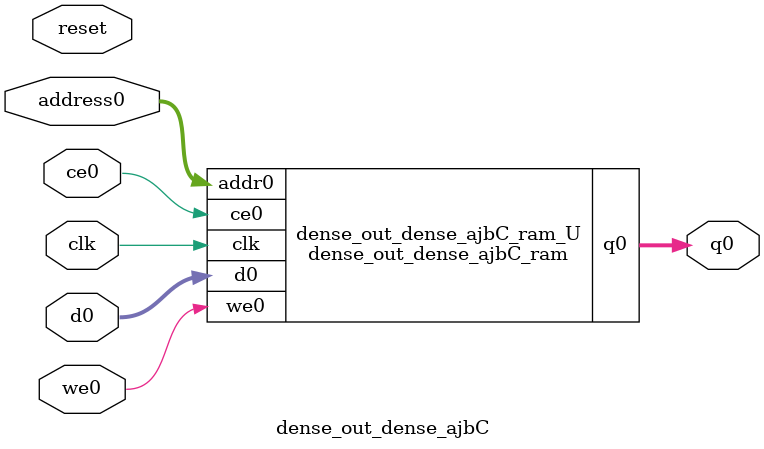
<source format=v>
`timescale 1 ns / 1 ps
module dense_out_dense_ajbC_ram (addr0, ce0, d0, we0, q0,  clk);

parameter DWIDTH = 32;
parameter AWIDTH = 4;
parameter MEM_SIZE = 10;

input[AWIDTH-1:0] addr0;
input ce0;
input[DWIDTH-1:0] d0;
input we0;
output reg[DWIDTH-1:0] q0;
input clk;

(* ram_style = "distributed" *)reg [DWIDTH-1:0] ram[0:MEM_SIZE-1];




always @(posedge clk)  
begin 
    if (ce0) 
    begin
        if (we0) 
        begin 
            ram[addr0] <= d0; 
        end 
        q0 <= ram[addr0];
    end
end


endmodule

`timescale 1 ns / 1 ps
module dense_out_dense_ajbC(
    reset,
    clk,
    address0,
    ce0,
    we0,
    d0,
    q0);

parameter DataWidth = 32'd32;
parameter AddressRange = 32'd10;
parameter AddressWidth = 32'd4;
input reset;
input clk;
input[AddressWidth - 1:0] address0;
input ce0;
input we0;
input[DataWidth - 1:0] d0;
output[DataWidth - 1:0] q0;



dense_out_dense_ajbC_ram dense_out_dense_ajbC_ram_U(
    .clk( clk ),
    .addr0( address0 ),
    .ce0( ce0 ),
    .we0( we0 ),
    .d0( d0 ),
    .q0( q0 ));

endmodule


</source>
